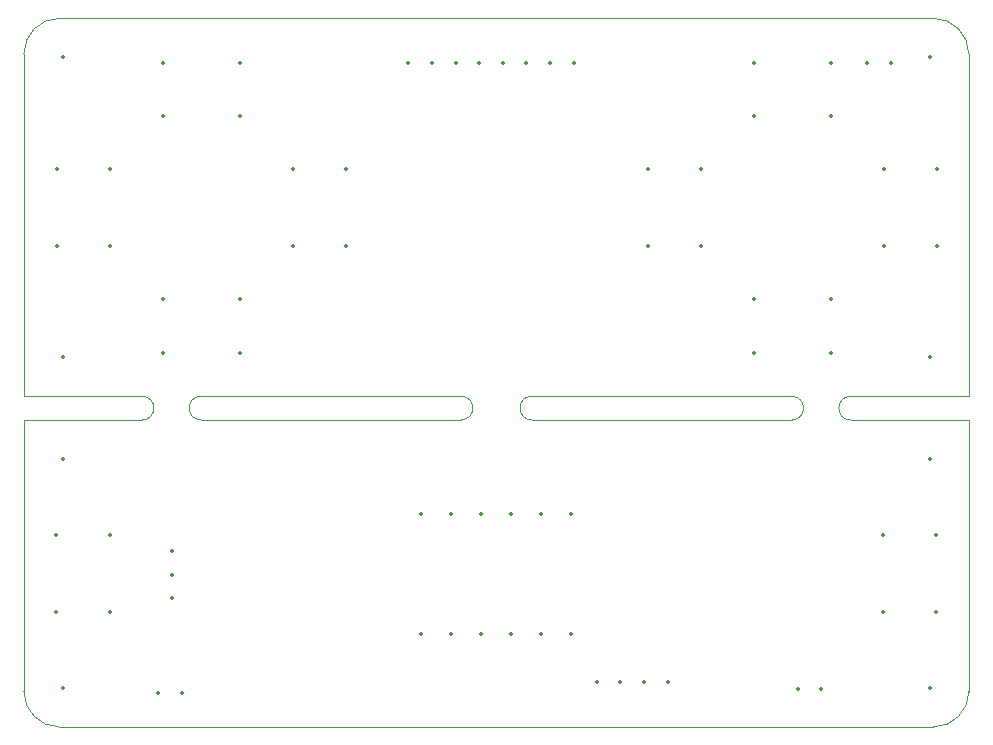
<source format=gbr>
%TF.GenerationSoftware,KiCad,Pcbnew,8.0.4*%
%TF.CreationDate,2024-08-07T19:34:08-04:00*%
%TF.ProjectId,button_board,62757474-6f6e-45f6-926f-6172642e6b69,rev?*%
%TF.SameCoordinates,Original*%
%TF.FileFunction,Profile,NP*%
%FSLAX46Y46*%
G04 Gerber Fmt 4.6, Leading zero omitted, Abs format (unit mm)*
G04 Created by KiCad (PCBNEW 8.0.4) date 2024-08-07 19:34:08*
%MOMM*%
%LPD*%
G01*
G04 APERTURE LIST*
%TA.AperFunction,Profile*%
%ADD10C,0.050000*%
%TD*%
%ADD11C,0.350000*%
G04 APERTURE END LIST*
D10*
X134706000Y-107509000D02*
G75*
G02*
X134706000Y-109509000I0J-1000000D01*
G01*
X140706000Y-107509000D02*
X162712000Y-107509000D01*
X97706000Y-109509000D02*
X107706000Y-109509000D01*
X177706000Y-109509000D02*
X177706000Y-132509000D01*
X97706000Y-78509000D02*
G75*
G02*
X100706000Y-75509000I3000000J0D01*
G01*
X177706000Y-107509000D02*
X167706000Y-107509000D01*
X177706000Y-109509000D02*
X167706000Y-109509000D01*
X162706000Y-109509000D02*
X140700000Y-109509000D01*
X112706000Y-109509000D02*
G75*
G02*
X112706000Y-107509000I0J1000000D01*
G01*
X112706000Y-107509000D02*
X134700000Y-107509000D01*
X100706000Y-75509000D02*
X174706000Y-75509000D01*
X140706000Y-109509000D02*
G75*
G02*
X140706000Y-107509000I0J1000000D01*
G01*
X174706000Y-135509000D02*
X100706000Y-135509000D01*
X107706000Y-107509000D02*
G75*
G02*
X107706000Y-109509000I0J-1000000D01*
G01*
X177706000Y-132509000D02*
G75*
G02*
X174706000Y-135509000I-3000000J0D01*
G01*
X134700000Y-109509000D02*
X112706000Y-109509000D01*
X97706000Y-109509000D02*
X97706000Y-132509000D01*
X162712000Y-107509000D02*
G75*
G02*
X162712000Y-109509000I0J-1000000D01*
G01*
X167706000Y-109509000D02*
G75*
G02*
X167706000Y-107509000I0J1000000D01*
G01*
X97706000Y-107509000D02*
X97706000Y-78509000D01*
X177706000Y-107509000D02*
X177706000Y-78509000D01*
X100706000Y-135509000D02*
G75*
G02*
X97706000Y-132509000I0J3000000D01*
G01*
X174706000Y-75509000D02*
G75*
G02*
X177706000Y-78509000I0J-3000000D01*
G01*
X97706000Y-107509000D02*
X107706000Y-107509000D01*
D11*
X174406000Y-112809000D03*
X101006000Y-78809000D03*
X159506000Y-83809000D03*
X166006000Y-83809000D03*
X159506000Y-79309000D03*
X166006000Y-79309000D03*
X150506000Y-88309000D03*
X150506000Y-94809000D03*
X155006000Y-88309000D03*
X155006000Y-94809000D03*
X174406000Y-78809000D03*
X174406000Y-132209000D03*
X101006000Y-132209000D03*
X174406000Y-104209000D03*
X109506000Y-83809000D03*
X116006000Y-83809000D03*
X109506000Y-79309000D03*
X116006000Y-79309000D03*
X170506000Y-88309000D03*
X170506000Y-94809000D03*
X175006000Y-88309000D03*
X175006000Y-94809000D03*
X131306000Y-127609000D03*
X133846000Y-127609000D03*
X136386000Y-127609000D03*
X138926000Y-127609000D03*
X141466000Y-127609000D03*
X144006000Y-127609000D03*
X144011000Y-117449000D03*
X141471000Y-117449000D03*
X138931000Y-117449000D03*
X136391000Y-117449000D03*
X133851000Y-117449000D03*
X131311000Y-117449000D03*
X100456000Y-119259000D03*
X100456000Y-125759000D03*
X104956000Y-119259000D03*
X104956000Y-125759000D03*
X101006000Y-104209000D03*
X174956000Y-125759000D03*
X174956000Y-119259000D03*
X170456000Y-125759000D03*
X170456000Y-119259000D03*
X169106000Y-79259000D03*
X171106000Y-79259000D03*
X130256000Y-79259000D03*
X132256000Y-79259000D03*
X134256000Y-79259000D03*
X136256000Y-79259000D03*
X138256000Y-79259000D03*
X140256000Y-79259000D03*
X142256000Y-79259000D03*
X144256000Y-79259000D03*
X159506000Y-103809000D03*
X166006000Y-103809000D03*
X159506000Y-99309000D03*
X166006000Y-99309000D03*
X120506000Y-88309000D03*
X120506000Y-94809000D03*
X125006000Y-88309000D03*
X125006000Y-94809000D03*
X109071000Y-132659000D03*
X111071000Y-132659000D03*
X109506000Y-103809000D03*
X116006000Y-103809000D03*
X109506000Y-99309000D03*
X116006000Y-99309000D03*
X100506000Y-88309000D03*
X100506000Y-94809000D03*
X105006000Y-88309000D03*
X105006000Y-94809000D03*
X163206000Y-132259000D03*
X165206000Y-132259000D03*
X146206000Y-131709000D03*
X148206000Y-131709000D03*
X150206000Y-131709000D03*
X152206000Y-131709000D03*
X110206000Y-120609000D03*
X110206000Y-122609000D03*
X110206000Y-124609000D03*
X101006000Y-112809000D03*
M02*

</source>
